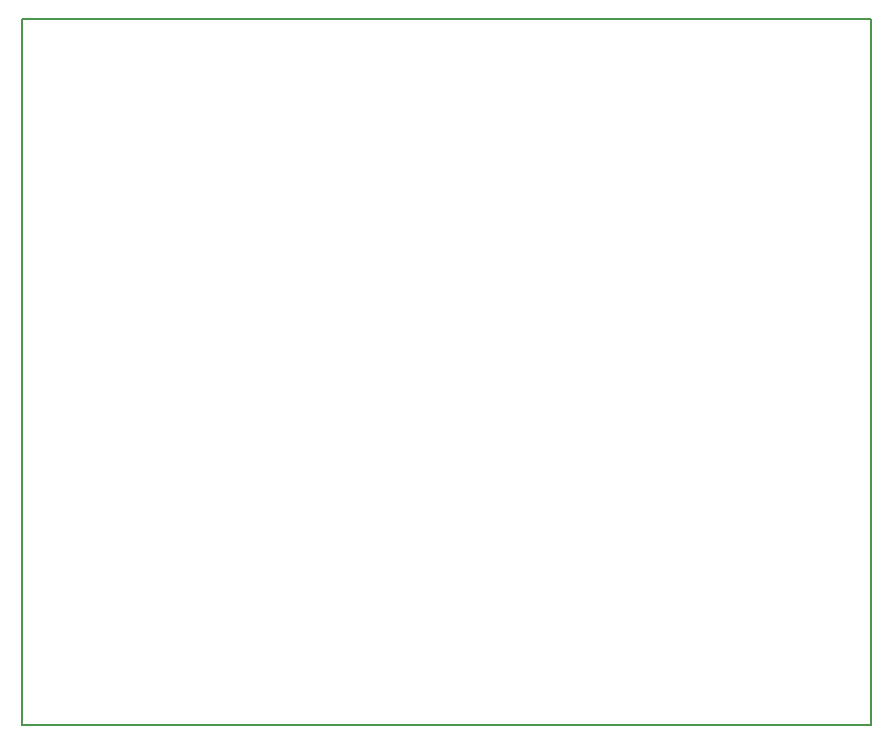
<source format=gm1>
G04 MADE WITH FRITZING*
G04 WWW.FRITZING.ORG*
G04 DOUBLE SIDED*
G04 HOLES PLATED*
G04 CONTOUR ON CENTER OF CONTOUR VECTOR*
%ASAXBY*%
%FSLAX23Y23*%
%MOIN*%
%OFA0B0*%
%SFA1.0B1.0*%
%ADD10R,2.834650X2.362200*%
%ADD11C,0.008000*%
%ADD10C,0.008*%
%LNCONTOUR*%
G90*
G70*
G54D10*
G54D11*
X4Y2358D02*
X2831Y2358D01*
X2831Y4D01*
X4Y4D01*
X4Y2358D01*
D02*
G04 End of contour*
M02*
</source>
